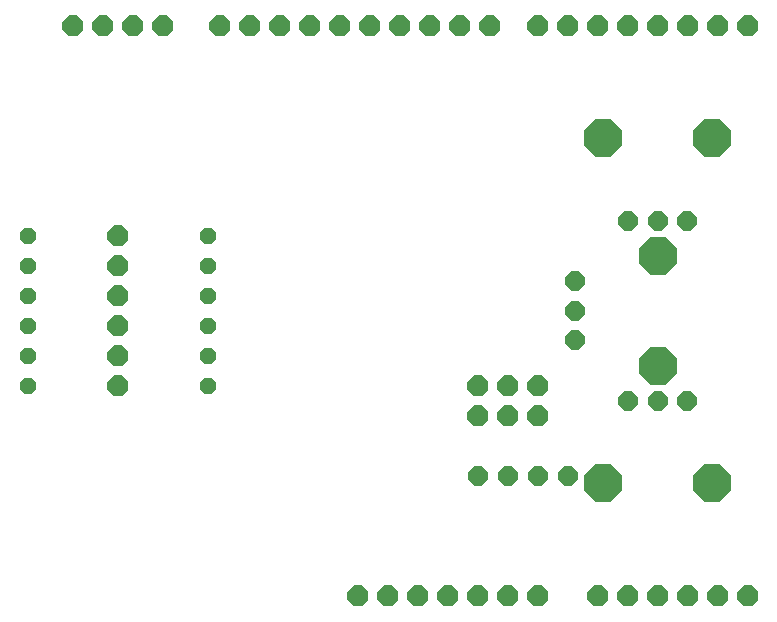
<source format=gbs>
G04 EAGLE Gerber RS-274X export*
G75*
%MOMM*%
%FSLAX34Y34*%
%LPD*%
%INBottom Solder Mask*%
%IPPOS*%
%AMOC8*
5,1,8,0,0,1.08239X$1,22.5*%
G01*
%ADD10P,1.525737X8X112.500000*%
%ADD11P,1.924489X8X22.500000*%
%ADD12P,1.742215X8X112.500000*%
%ADD13P,1.924489X8X202.500000*%
%ADD14P,1.924489X8X112.500000*%
%ADD15P,1.742215X8X22.500000*%
%ADD16P,3.482698X8X22.500000*%
%ADD17P,1.742215X8X292.500000*%
%ADD18P,3.482698X8X292.500000*%
%ADD19P,1.742215X8X202.500000*%
%ADD20P,3.482698X8X202.500000*%


D10*
X177800Y247650D03*
X177800Y222250D03*
X177800Y196850D03*
X177800Y273050D03*
X177800Y298450D03*
X177800Y323850D03*
X25400Y196850D03*
X25400Y222250D03*
X25400Y247650D03*
X25400Y273050D03*
X25400Y298450D03*
X25400Y323850D03*
D11*
X533400Y501650D03*
X508000Y19050D03*
X558800Y501650D03*
X584200Y501650D03*
X609600Y501650D03*
X635000Y501650D03*
X508000Y501650D03*
X482600Y501650D03*
X457200Y501650D03*
X416560Y501650D03*
X391160Y501650D03*
X365760Y501650D03*
X340360Y501650D03*
X314960Y501650D03*
X289560Y501650D03*
X264160Y501650D03*
X238760Y501650D03*
X533400Y19050D03*
X558800Y19050D03*
X584200Y19050D03*
X609600Y19050D03*
X635000Y19050D03*
X457200Y19050D03*
X431800Y19050D03*
X406400Y19050D03*
X381000Y19050D03*
X355600Y19050D03*
X330200Y19050D03*
D12*
X406400Y120650D03*
X431800Y120650D03*
X457200Y120650D03*
X482600Y120650D03*
D11*
X304800Y19050D03*
X213360Y501650D03*
X187960Y501650D03*
D13*
X101600Y222250D03*
X101600Y196850D03*
X101600Y247650D03*
X101600Y273050D03*
X101600Y298450D03*
X101600Y323850D03*
D14*
X88900Y501650D03*
X63500Y501650D03*
X114300Y501650D03*
X139700Y501650D03*
D11*
X406400Y171450D03*
X406400Y196850D03*
X431800Y171450D03*
X431800Y196850D03*
X457200Y171450D03*
X457200Y196850D03*
D15*
X533800Y336400D03*
X558800Y336400D03*
X583800Y336400D03*
D16*
X512300Y406400D03*
X605300Y406400D03*
D17*
X488800Y285350D03*
X488800Y260350D03*
X488800Y235350D03*
D18*
X558800Y306850D03*
X558800Y213850D03*
D19*
X583800Y184300D03*
X558800Y184300D03*
X533800Y184300D03*
D20*
X605300Y114300D03*
X512300Y114300D03*
M02*

</source>
